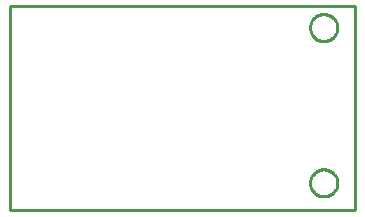
<source format=gbr>
G04 EAGLE Gerber X2 export*
%TF.Part,Single*%
%TF.FileFunction,Profile,NP*%
%TF.FilePolarity,Positive*%
%TF.GenerationSoftware,Autodesk,EAGLE,9.1.3*%
%TF.CreationDate,2018-09-14T10:43:52Z*%
G75*
%MOMM*%
%FSLAX34Y34*%
%LPD*%
%AMOC8*
5,1,8,0,0,1.08239X$1,22.5*%
G01*
%ADD10C,0.254000*%


D10*
X0Y0D02*
X292100Y0D01*
X292100Y172720D01*
X0Y172720D01*
X0Y0D01*
X265952Y34700D02*
X266853Y34629D01*
X267745Y34488D01*
X268624Y34277D01*
X269483Y33998D01*
X270318Y33652D01*
X271123Y33241D01*
X271894Y32769D01*
X272625Y32238D01*
X273312Y31651D01*
X273951Y31012D01*
X274538Y30325D01*
X275069Y29594D01*
X275541Y28823D01*
X275952Y28018D01*
X276298Y27183D01*
X276577Y26324D01*
X276788Y25445D01*
X276929Y24553D01*
X277000Y23652D01*
X277000Y22748D01*
X276929Y21847D01*
X276788Y20955D01*
X276577Y20076D01*
X276298Y19217D01*
X275952Y18382D01*
X275541Y17577D01*
X275069Y16806D01*
X274538Y16075D01*
X273951Y15388D01*
X273312Y14749D01*
X272625Y14162D01*
X271894Y13631D01*
X271123Y13159D01*
X270318Y12748D01*
X269483Y12402D01*
X268624Y12123D01*
X267745Y11912D01*
X266853Y11771D01*
X265952Y11700D01*
X265048Y11700D01*
X264147Y11771D01*
X263255Y11912D01*
X262376Y12123D01*
X261517Y12402D01*
X260682Y12748D01*
X259877Y13159D01*
X259106Y13631D01*
X258375Y14162D01*
X257688Y14749D01*
X257049Y15388D01*
X256462Y16075D01*
X255931Y16806D01*
X255459Y17577D01*
X255048Y18382D01*
X254702Y19217D01*
X254423Y20076D01*
X254212Y20955D01*
X254071Y21847D01*
X254000Y22748D01*
X254000Y23652D01*
X254071Y24553D01*
X254212Y25445D01*
X254423Y26324D01*
X254702Y27183D01*
X255048Y28018D01*
X255459Y28823D01*
X255931Y29594D01*
X256462Y30325D01*
X257049Y31012D01*
X257688Y31651D01*
X258375Y32238D01*
X259106Y32769D01*
X259877Y33241D01*
X260682Y33652D01*
X261517Y33998D01*
X262376Y34277D01*
X263255Y34488D01*
X264147Y34629D01*
X265048Y34700D01*
X265952Y34700D01*
X265952Y166100D02*
X266853Y166029D01*
X267745Y165888D01*
X268624Y165677D01*
X269483Y165398D01*
X270318Y165052D01*
X271123Y164641D01*
X271894Y164169D01*
X272625Y163638D01*
X273312Y163051D01*
X273951Y162412D01*
X274538Y161725D01*
X275069Y160994D01*
X275541Y160223D01*
X275952Y159418D01*
X276298Y158583D01*
X276577Y157724D01*
X276788Y156845D01*
X276929Y155953D01*
X277000Y155052D01*
X277000Y154148D01*
X276929Y153247D01*
X276788Y152355D01*
X276577Y151476D01*
X276298Y150617D01*
X275952Y149782D01*
X275541Y148977D01*
X275069Y148206D01*
X274538Y147475D01*
X273951Y146788D01*
X273312Y146149D01*
X272625Y145562D01*
X271894Y145031D01*
X271123Y144559D01*
X270318Y144148D01*
X269483Y143802D01*
X268624Y143523D01*
X267745Y143312D01*
X266853Y143171D01*
X265952Y143100D01*
X265048Y143100D01*
X264147Y143171D01*
X263255Y143312D01*
X262376Y143523D01*
X261517Y143802D01*
X260682Y144148D01*
X259877Y144559D01*
X259106Y145031D01*
X258375Y145562D01*
X257688Y146149D01*
X257049Y146788D01*
X256462Y147475D01*
X255931Y148206D01*
X255459Y148977D01*
X255048Y149782D01*
X254702Y150617D01*
X254423Y151476D01*
X254212Y152355D01*
X254071Y153247D01*
X254000Y154148D01*
X254000Y155052D01*
X254071Y155953D01*
X254212Y156845D01*
X254423Y157724D01*
X254702Y158583D01*
X255048Y159418D01*
X255459Y160223D01*
X255931Y160994D01*
X256462Y161725D01*
X257049Y162412D01*
X257688Y163051D01*
X258375Y163638D01*
X259106Y164169D01*
X259877Y164641D01*
X260682Y165052D01*
X261517Y165398D01*
X262376Y165677D01*
X263255Y165888D01*
X264147Y166029D01*
X265048Y166100D01*
X265952Y166100D01*
M02*

</source>
